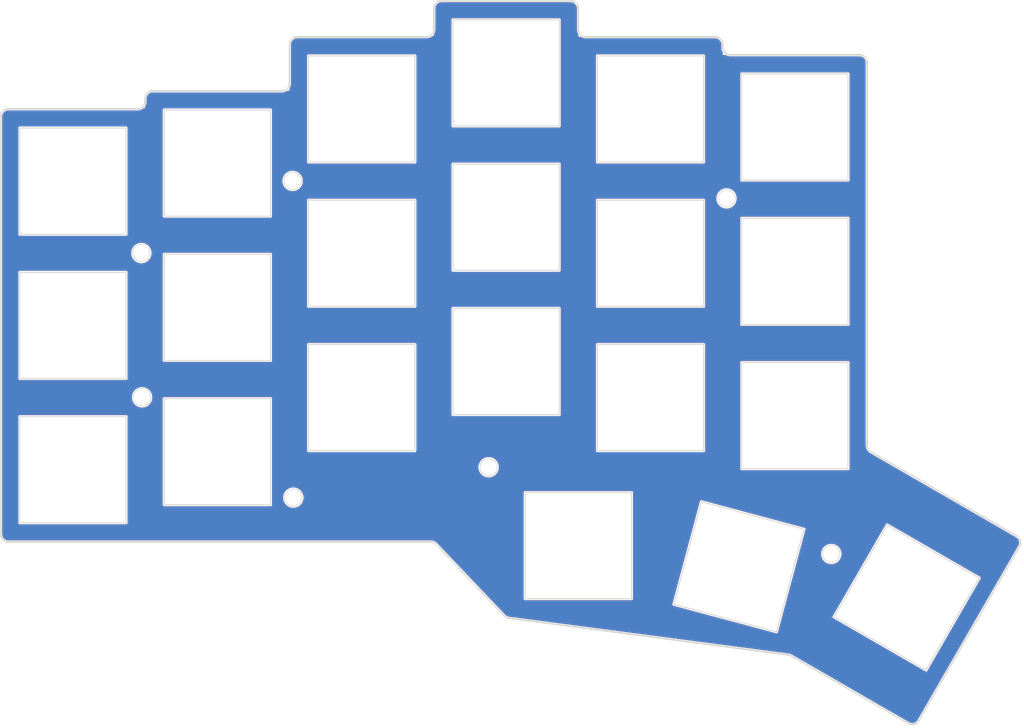
<source format=kicad_pcb>
(kicad_pcb (version 20211014) (generator pcbnew)
  (layers (0 "F.Cu" signal) (31 "B.Cu" signal) (34 "B.Paste" user) (35 "F.Paste" user) (36 "B.SilkS" user "B.Silkscreen") (37 "F.SilkS" user "F.Silkscreen") (38 "B.Mask" user) (39 "F.Mask" user) (44 "Edge.Cuts" user))
  (net 0 "")
  (footprint "kbd:SW_Hole" (layer "F.Cu") (at 42.721463 76.099368)
    (fp_text reference "K18" hide)
    (fp_text value "KEYSW" hide)
    (fp_line (start 7 7) (end 7 -7) (layer "Edge.Cuts") (width 0.12))
    (fp_line (start 7 -7) (end -7 -7) (layer "Edge.Cuts") (width 0.12))
    (fp_line (start -7 -7) (end -7 7) (layer "Edge.Cuts") (width 0.12))
    (fp_line (start -7 7) (end 7 7) (layer "Edge.Cuts") (width 0.12))
  )
  (footprint "kbd:SW_Hole" (layer "F.Cu") (at 118.721463 47.599367)
    (fp_text reference "K21" hide)
    (fp_text value "KEYSW" hide)
    (fp_line (start -7 7) (end 7 7) (layer "Edge.Cuts") (width 0.12))
    (fp_line (start 7 -7) (end -7 -7) (layer "Edge.Cuts") (width 0.12))
    (fp_line (start -7 -7) (end -7 7) (layer "Edge.Cuts") (width 0.12))
    (fp_line (start 7 7) (end 7 -7) (layer "Edge.Cuts") (width 0.12))
  )
  (footprint "kbd:SW_Hole" (layer "F.Cu") (at 42.721463 57.099368)
    (fp_text reference "K14" hide)
    (fp_text value "KEYSW" hide)
    (fp_line (start 7 7) (end 7 -7) (layer "Edge.Cuts") (width 0.12))
    (fp_line (start -7 -7) (end -7 7) (layer "Edge.Cuts") (width 0.12))
    (fp_line (start -7 7) (end 7 7) (layer "Edge.Cuts") (width 0.12))
    (fp_line (start 7 -7) (end -7 -7) (layer "Edge.Cuts") (width 0.12))
  )
  (footprint "kbd:SW_Hole" (layer "F.Cu") (at 61.721463 35.724368)
    (fp_text reference "K13" hide)
    (fp_text value "KEYSW" hide)
    (fp_line (start -7 -7) (end -7 7) (layer "Edge.Cuts") (width 0.12))
    (fp_line (start 7 7) (end 7 -7) (layer "Edge.Cuts") (width 0.12))
    (fp_line (start 7 -7) (end -7 -7) (layer "Edge.Cuts") (width 0.12))
    (fp_line (start -7 7) (end 7 7) (layer "Edge.Cuts") (width 0.12))
  )
  (footprint "kbd:SW_Hole" (layer "F.Cu") (at 152.426296 92.925796 60)
    (fp_text reference "K22" hide)
    (fp_text value "KEYSW" hide)
    (fp_line (start -7 7) (end 7 7) (layer "Edge.Cuts") (width 0.12))
    (fp_line (start -7 -7) (end -7 7) (layer "Edge.Cuts") (width 0.12))
    (fp_line (start 7 7) (end 7 -7) (layer "Edge.Cuts") (width 0.12))
    (fp_line (start 7 -7) (end -7 -7) (layer "Edge.Cuts") (width 0.12))
  )
  (footprint "kbd:M2_Hole_Edge_Cut" (layer "F.Cu") (at 128.721463 40.374367)
    (fp_text reference "H8")
    (fp_text value "MountingHole")
    (fp_circle (center 0 0) (end 1.15 0) (layer "Edge.Cuts") (width 0.1) (fill none))
  )
  (footprint "kbd:SW_Hole" (layer "F.Cu") (at 80.721463 66.599368)
    (fp_text reference "K9" hide)
    (fp_text value "KEYSW" hide)
    (fp_line (start -7 7) (end 7 7) (layer "Edge.Cuts") (width 0.12))
    (fp_line (start 7 7) (end 7 -7) (layer "Edge.Cuts") (width 0.12))
    (fp_line (start 7 -7) (end -7 -7) (layer "Edge.Cuts") (width 0.12))
    (fp_line (start -7 -7) (end -7 7) (layer "Edge.Cuts") (width 0.12))
  )
  (footprint "kbd:M2_Hole_Edge_Cut" (layer "F.Cu") (at 71.621463 38.074367)
    (fp_text reference "H4")
    (fp_text value "MountingHole")
    (fp_circle (center 0 0) (end 1.15 0) (layer "Edge.Cuts") (width 0.1) (fill none))
  )
  (footprint "kbd:SW_Hole" (layer "F.Cu") (at 130.35654 88.881582 -15)
    (fp_text reference "K1" hide)
    (fp_text value "KEYSW" hide)
    (fp_line (start 7 7) (end 7 -7) (layer "Edge.Cuts") (width 0.12))
    (fp_line (start 7 -7) (end -7 -7) (layer "Edge.Cuts") (width 0.12))
    (fp_line (start -7 7) (end 7 7) (layer "Edge.Cuts") (width 0.12))
    (fp_line (start -7 -7) (end -7 7) (layer "Edge.Cuts") (width 0.12))
  )
  (footprint "kbd:SW_Hole" (layer "F.Cu") (at 99.721463 23.849368)
    (fp_text reference "K11" hide)
    (fp_text value "KEYSW" hide)
    (fp_line (start -7 7) (end 7 7) (layer "Edge.Cuts") (width 0.12))
    (fp_line (start 7 -7) (end -7 -7) (layer "Edge.Cuts") (width 0.12))
    (fp_line (start -7 -7) (end -7 7) (layer "Edge.Cuts") (width 0.12))
    (fp_line (start 7 7) (end 7 -7) (layer "Edge.Cuts") (width 0.12))
  )
  (footprint "kbd:M2_Hole_Edge_Cut" (layer "F.Cu") (at 51.821463 66.574367)
    (fp_text reference "H2")
    (fp_text value "MountingHole")
    (fp_circle (center 0 0) (end 1.15 0) (layer "Edge.Cuts") (width 0.1) (fill none))
  )
  (footprint "kbd:SW_Hole" (layer "F.Cu") (at 42.721463 38.099368)
    (fp_text reference "K7" hide)
    (fp_text value "KEYSW" hide)
    (fp_line (start -7 7) (end 7 7) (layer "Edge.Cuts") (width 0.12))
    (fp_line (start -7 -7) (end -7 7) (layer "Edge.Cuts") (width 0.12))
    (fp_line (start 7 -7) (end -7 -7) (layer "Edge.Cuts") (width 0.12))
    (fp_line (start 7 7) (end 7 -7) (layer "Edge.Cuts") (width 0.12))
  )
  (footprint "kbd:SW_Hole" (layer "F.Cu") (at 118.721463 66.599367)
    (fp_text reference "K12" hide)
    (fp_text value "KEYSW" hide)
    (fp_line (start -7 7) (end 7 7) (layer "Edge.Cuts") (width 0.12))
    (fp_line (start 7 -7) (end -7 -7) (layer "Edge.Cuts") (width 0.12))
    (fp_line (start 7 7) (end 7 -7) (layer "Edge.Cuts") (width 0.12))
    (fp_line (start -7 -7) (end -7 7) (layer "Edge.Cuts") (width 0.12))
  )
  (footprint "kbd:M2_Hole_Edge_Cut" (layer "F.Cu") (at 51.721463 47.574367)
    (fp_text reference "H1")
    (fp_text value "MountingHole")
    (fp_circle (center 0 0) (end 1.15 0) (layer "Edge.Cuts") (width 0.1) (fill none))
  )
  (footprint "kbd:SW_Hole" (layer "F.Cu") (at 118.721463 28.599367)
    (fp_text reference "K16" hide)
    (fp_text value "KEYSW" hide)
    (fp_line (start -7 -7) (end -7 7) (layer "Edge.Cuts") (width 0.12))
    (fp_line (start -7 7) (end 7 7) (layer "Edge.Cuts") (width 0.12))
    (fp_line (start 7 -7) (end -7 -7) (layer "Edge.Cuts") (width 0.12))
    (fp_line (start 7 7) (end 7 -7) (layer "Edge.Cuts") (width 0.12))
  )
  (footprint "kbd:SW_Hole" (layer "F.Cu") (at 80.721463 47.599368)
    (fp_text reference "K6" hide)
    (fp_text value "KEYSW" hide)
    (fp_line (start -7 -7) (end -7 7) (layer "Edge.Cuts") (width 0.12))
    (fp_line (start 7 -7) (end -7 -7) (layer "Edge.Cuts") (width 0.12))
    (fp_line (start -7 7) (end 7 7) (layer "Edge.Cuts") (width 0.12))
    (fp_line (start 7 7) (end 7 -7) (layer "Edge.Cuts") (width 0.12))
  )
  (footprint "kbd:M2_Hole_Edge_Cut" (layer "F.Cu") (at 97.421463 75.774367)
    (fp_text reference "H6")
    (fp_text value "MountingHole")
    (fp_circle (center 0 0) (end 1.15 0) (layer "Edge.Cuts") (width 0.1) (fill none))
  )
  (footprint "kbd:SW_Hole" (layer "F.Cu") (at 109.221463 86.099097)
    (fp_text reference "K5" hide)
    (fp_text value "KEYSW" hide)
    (fp_line (start 7 -7) (end -7 -7) (layer "Edge.Cuts") (width 0.12))
    (fp_line (start 7 7) (end 7 -7) (layer "Edge.Cuts") (width 0.12))
    (fp_line (start -7 7) (end 7 7) (layer "Edge.Cuts") (width 0.12))
    (fp_line (start -7 -7) (end -7 7) (layer "Edge.Cuts") (width 0.12))
  )
  (footprint "kbd:SW_Hole" (layer "F.Cu") (at 137.721463 49.974367)
    (fp_text reference "K3" hide)
    (fp_text value "KEYSW" hide)
    (fp_line (start -7 -7) (end -7 7) (layer "Edge.Cuts") (width 0.12))
    (fp_line (start 7 -7) (end -7 -7) (layer "Edge.Cuts") (width 0.12))
    (fp_line (start -7 7) (end 7 7) (layer "Edge.Cuts") (width 0.12))
    (fp_line (start 7 7) (end 7 -7) (layer "Edge.Cuts") (width 0.12))
  )
  (footprint "kbd:SW_Hole" (layer "F.Cu") (at 99.721463 42.849368)
    (fp_text reference "K19" hide)
    (fp_text value "KEYSW" hide)
    (fp_line (start -7 7) (end 7 7) (layer "Edge.Cuts") (width 0.12))
    (fp_line (start 7 -7) (end -7 -7) (layer "Edge.Cuts") (width 0.12))
    (fp_line (start -7 -7) (end -7 7) (layer "Edge.Cuts") (width 0.12))
    (fp_line (start 7 7) (end 7 -7) (layer "Edge.Cuts") (width 0.12))
  )
  (footprint "kbd:SW_Hole" (layer "F.Cu") (at 61.721463 73.724368)
    (fp_text reference "K8" hide)
    (fp_text value "KEYSW" hide)
    (fp_line (start -7 7) (end 7 7) (layer "Edge.Cuts") (width 0.12))
    (fp_line (start 7 -7) (end -7 -7) (layer "Edge.Cuts") (width 0.12))
    (fp_line (start 7 7) (end 7 -7) (layer "Edge.Cuts") (width 0.12))
    (fp_line (start -7 -7) (end -7 7) (layer "Edge.Cuts") (width 0.12))
  )
  (footprint "kbd:M2_Hole_Edge_Cut" (layer "F.Cu") (at 71.721463 79.774367)
    (fp_text reference "H5")
    (fp_text value "MountingHole")
    (fp_circle (center 0 0) (end 1.15 0) (layer "Edge.Cuts") (width 0.1) (fill none))
  )
  (footprint "kbd:SW_Hole" (layer "F.Cu") (at 137.721463 30.974367)
    (fp_text reference "K4" hide)
    (fp_text value "KEYSW" hide)
    (fp_line (start -7 7) (end 7 7) (layer "Edge.Cuts") (width 0.12))
    (fp_line (start 7 -7) (end -7 -7) (layer "Edge.Cuts") (width 0.12))
    (fp_line (start -7 -7) (end -7 7) (layer "Edge.Cuts") (width 0.12))
    (fp_line (start 7 7) (end 7 -7) (layer "Edge.Cuts") (width 0.12))
  )
  (footprint "kbd:SW_Hole" (layer "F.Cu") (at 137.721463 68.974367)
    (fp_text reference "K2" hide)
    (fp_text value "KEYSW" hide)
    (fp_line (start 7 7) (end 7 -7) (layer "Edge.Cuts") (width 0.12))
    (fp_line (start -7 -7) (end -7 7) (layer "Edge.Cuts") (width 0.12))
    (fp_line (start -7 7) (end 7 7) (layer "Edge.Cuts") (width 0.12))
    (fp_line (start 7 -7) (end -7 -7) (layer "Edge.Cuts") (width 0.12))
  )
  (footprint "kbd:SW_Hole" (layer "F.Cu") (at 99.721463 61.849368)
    (fp_text reference "K15" hide)
    (fp_text value "KEYSW" hide)
    (fp_line (start -7 -7) (end -7 7) (layer "Edge.Cuts") (width 0.12))
    (fp_line (start -7 7) (end 7 7) (layer "Edge.Cuts") (width 0.12))
    (fp_line (start 7 -7) (end -7 -7) (layer "Edge.Cuts") (width 0.12))
    (fp_line (start 7 7) (end 7 -7) (layer "Edge.Cuts") (width 0.12))
  )
  (footprint "kbd:M2_Hole_Edge_Cut" (layer "F.Cu") (at 142.507505 87.19918)
    (fp_text reference "H9")
    (fp_text value "MountingHole")
    (fp_circle (center 0 0) (end 1.15 0) (layer "Edge.Cuts") (width 0.1) (fill none))
  )
  (footprint "kbd:SW_Hole" (layer "F.Cu") (at 61.721463 54.724368)
    (fp_text reference "K17" hide)
    (fp_text value "KEYSW" hide)
    (fp_line (start 7 7) (end 7 -7) (layer "Edge.Cuts") (width 0.12))
    (fp_line (start 7 -7) (end -7 -7) (layer "Edge.Cuts") (width 0.12))
    (fp_line (start -7 -7) (end -7 7) (layer "Edge.Cuts") (width 0.12))
    (fp_line (start -7 7) (end 7 7) (layer "Edge.Cuts") (width 0.12))
  )
  (footprint "kbd:SW_Hole" (layer "F.Cu") (at 80.721463 28.599368)
    (fp_text reference "K20" hide)
    (fp_text value "KEYSW" hide)
    (fp_line (start -7 7) (end 7 7) (layer "Edge.Cuts") (width 0.12))
    (fp_line (start 7 -7) (end -7 -7) (layer "Edge.Cuts") (width 0.12))
    (fp_line (start -7 -7) (end -7 7) (layer "Edge.Cuts") (width 0.12))
    (fp_line (start 7 7) (end 7 -7) (layer "Edge.Cuts") (width 0.12))
  )
  (gr_arc (start 89.796623 85.599367) (mid 90.187009 85.679623) (end 90.514076 85.907372) (layer "Edge.Cuts") (width 0.2))
  (gr_arc (start 166.912511 84.834934) (mid 167.378437 85.442141) (end 167.278537 86.20096) (layer "Edge.Cuts") (width 0.2))
  (gr_arc (start 90.221463 18.099368) (mid 89.92857 18.806475) (end 89.221463 19.099368) (layer "Edge.Cuts") (width 0.2))
  (gr_line (start 52.221463 27.599368) (end 52.221463 27.224367) (layer "Edge.Cuts") (width 0.2))
  (gr_line (start 99.480311 95.345258) (end 90.514076 85.907372) (layer "Edge.Cuts") (width 0.2))
  (gr_line (start 147.721463 73.754978) (end 166.912511 84.834934) (layer "Edge.Cuts") (width 0.2))
  (gr_line (start 147.221463 22.474368) (end 147.221463 72.888952) (layer "Edge.Cuts") (width 0.2))
  (gr_arc (start 71.221463 25.224368) (mid 70.92857 25.931475) (end 70.221463 26.224368) (layer "Edge.Cuts") (width 0.2))
  (gr_line (start 71.221463 25.224368) (end 71.221463 20.099368) (layer "Edge.Cuts") (width 0.2))
  (gr_arc (start 146.221463 21.474368) (mid 146.92857 21.767261) (end 147.221463 22.474368) (layer "Edge.Cuts") (width 0.2))
  (gr_arc (start 108.221463 14.349368) (mid 108.92857 14.642261) (end 109.221463 15.349368) (layer "Edge.Cuts") (width 0.2))
  (gr_line (start 110.221463 19.099367) (end 127.221463 19.099367) (layer "Edge.Cuts") (width 0.2))
  (gr_line (start 89.796623 85.599366) (end 51.221463 85.599366) (layer "Edge.Cuts") (width 0.2))
  (gr_line (start 152.662511 109.516658) (end 137.244527 100.615081) (layer "Edge.Cuts") (width 0.2))
  (gr_arc (start 110.221462 19.099368) (mid 109.514356 18.806474) (end 109.221463 18.099367) (layer "Edge.Cuts") (width 0.2))
  (gr_line (start 33.221463 84.609762) (end 33.221463 41.849368) (layer "Edge.Cuts") (width 0.2))
  (gr_arc (start 34.211068 85.599367) (mid 33.511312 85.309518) (end 33.221463 84.609762) (layer "Edge.Cuts") (width 0.2))
  (gr_line (start 51.221463 85.599366) (end 34.211068 85.599366) (layer "Edge.Cuts") (width 0.2))
  (gr_arc (start 52.221463 27.224368) (mid 52.514356 26.517261) (end 53.221463 26.224368) (layer "Edge.Cuts") (width 0.2))
  (gr_line (start 53.221463 26.224368) (end 70.221463 26.224368) (layer "Edge.Cuts") (width 0.2))
  (gr_arc (start 129.221463 21.474367) (mid 128.514356 21.181474) (end 128.221463 20.474367) (layer "Edge.Cuts") (width 0.2))
  (gr_arc (start 52.221466 27.599371) (mid 51.928571 28.306477) (end 51.221463 28.599368) (layer "Edge.Cuts") (width 0.2))
  (gr_arc (start 90.221463 15.349368) (mid 90.514356 14.642261) (end 91.221463 14.349368) (layer "Edge.Cuts") (width 0.2))
  (gr_arc (start 127.221463 19.099367) (mid 127.92857 19.39226) (end 128.221463 20.099367) (layer "Edge.Cuts") (width 0.2))
  (gr_arc (start 100.068595 95.644797) (mid 99.748739 95.545528) (end 99.480311 95.345258) (layer "Edge.Cuts") (width 0.2))
  (gr_line (start 136.878894 100.490965) (end 100.068595 95.644797) (layer "Edge.Cuts") (width 0.2))
  (gr_line (start 33.221463 41.849368) (end 33.221464 29.599368) (layer "Edge.Cuts") (width 0.2))
  (gr_line (start 109.221463 15.349368) (end 109.221463 18.099367) (layer "Edge.Cuts") (width 0.2))
  (gr_line (start 128.221463 20.099367) (end 128.221463 20.474367) (layer "Edge.Cuts") (width 0.2))
  (gr_arc (start 33.221464 29.599368) (mid 33.514357 28.892261) (end 34.221464 28.599368) (layer "Edge.Cuts") (width 0.2))
  (gr_line (start 129.221463 21.474367) (end 146.221463 21.474368) (layer "Edge.Cuts") (width 0.2))
  (gr_line (start 167.278537 86.20096) (end 154.028537 109.150633) (layer "Edge.Cuts") (width 0.2))
  (gr_arc (start 136.878894 100.490965) (mid 137.067823 100.535017) (end 137.244527 100.615081) (layer "Edge.Cuts") (width 0.2))
  (gr_arc (start 147.721463 73.754977) (mid 147.355438 73.388952) (end 147.221463 72.888952) (layer "Edge.Cuts") (width 0.2))
  (gr_arc (start 71.221462 20.099368) (mid 71.514356 19.392261) (end 72.221463 19.099367) (layer "Edge.Cuts") (width 0.2))
  (gr_line (start 90.221463 18.099368) (end 90.221463 15.349368) (layer "Edge.Cuts") (width 0.2))
  (gr_line (start 91.221463 14.349368) (end 108.221463 14.349368) (layer "Edge.Cuts") (width 0.2))
  (gr_line (start 72.221463 19.099367) (end 89.221463 19.099368) (layer "Edge.Cuts") (width 0.2))
  (gr_arc (start 154.028536 109.150633) (mid 153.42133 109.616559) (end 152.662511 109.516658) (layer "Edge.Cuts") (width 0.2))
  (gr_line (start 34.221464 28.599368) (end 51.221463 28.599368) (layer "Edge.Cuts") (width 0.2))
  (zone (net 0) (net_name "") (layers F&B.Cu) (priority 1) (connect_pads (clearance 0.2)) (min_thickness 0.25) (fill yes (thermal_gap 0.5) (thermal_bridge_width 0.5))
    (polygon (pts (xy 109.221463 19.104952) (xy 128.221463 19.104952) (xy 128.221463 21.504952) (xy 147.221463 21.504952) (xy 147.221463 23.804952) (xy 147.721464 73.349367) (xy 167.821463 85.204952) (xy 153.421463 109.904952) (xy 137.021463 100.504952) (xy 99.721463 95.504952) (xy 90.121463 85.504952) (xy 33.221463 85.604952) (xy 33.221463 28.504952) (xy 52.221463 28.504952) (xy 52.221463 26.204952) (xy 71.221463 26.204952) (xy 71.221463 19.004952) (xy 90.221463 19.004952) (xy 90.221463 14.304952) (xy 109.221463 14.304952)))
  )
)
</source>
